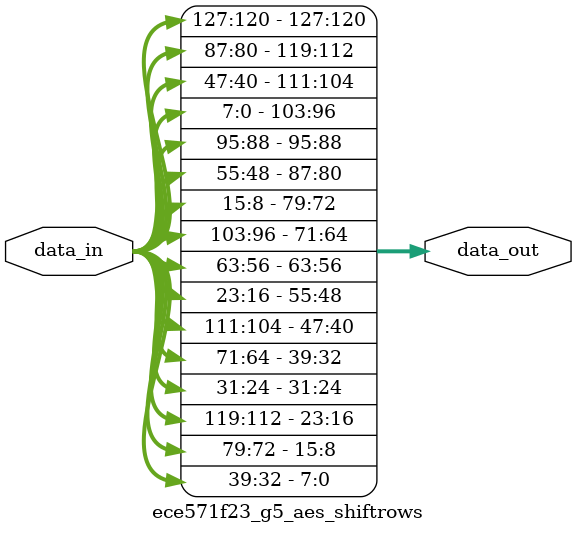
<source format=sv>


module ece571f23_g5_aes_shiftrows (
									output logic [127:0] data_out,
									input logic [127:0] data_in
									);
  
assign data_out = {data_in[127:120] ,  data_in[87:80]  , data_in[47:40]    ,  data_in[7:0]    ,
				data_in[95:88]   ,  data_in[55:48]  , data_in[15:8]     ,  data_in[103:96] , 
				data_in[63:56]   ,  data_in[23:16]  , data_in[111:104]  ,  data_in[71:64]  ,
				data_in[31:24]   ,  data_in[119:112], data_in[79:72]    ,  data_in[39:32]
			  };

endmodule : ece571f23_g5_aes_shiftrows







</source>
